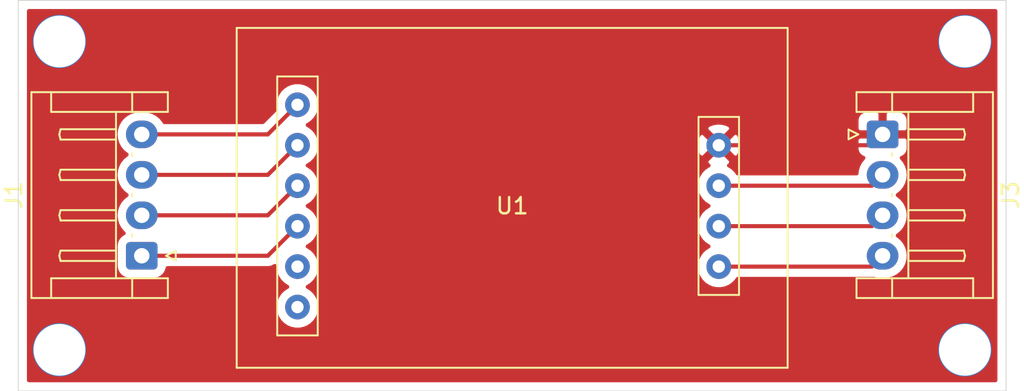
<source format=kicad_pcb>
(kicad_pcb (version 20171130) (host pcbnew "(5.1.10)-1")

  (general
    (thickness 1.6)
    (drawings 4)
    (tracks 20)
    (zones 0)
    (modules 3)
    (nets 11)
  )

  (page A4)
  (layers
    (0 F.Cu signal)
    (31 B.Cu signal)
    (32 B.Adhes user)
    (33 F.Adhes user)
    (34 B.Paste user)
    (35 F.Paste user)
    (36 B.SilkS user)
    (37 F.SilkS user)
    (38 B.Mask user)
    (39 F.Mask user)
    (40 Dwgs.User user)
    (41 Cmts.User user)
    (42 Eco1.User user)
    (43 Eco2.User user)
    (44 Edge.Cuts user)
    (45 Margin user)
    (46 B.CrtYd user)
    (47 F.CrtYd user)
    (48 B.Fab user)
    (49 F.Fab user)
  )

  (setup
    (last_trace_width 0.254)
    (user_trace_width 0.254)
    (user_trace_width 0.6096)
    (trace_clearance 0.2)
    (zone_clearance 0.508)
    (zone_45_only no)
    (trace_min 0.2)
    (via_size 0.8)
    (via_drill 0.4)
    (via_min_size 0.4)
    (via_min_drill 0.3)
    (uvia_size 0.3)
    (uvia_drill 0.1)
    (uvias_allowed no)
    (uvia_min_size 0.2)
    (uvia_min_drill 0.1)
    (edge_width 0.05)
    (segment_width 0.2)
    (pcb_text_width 0.3)
    (pcb_text_size 1.5 1.5)
    (mod_edge_width 0.12)
    (mod_text_size 1 1)
    (mod_text_width 0.15)
    (pad_size 1.524 1.524)
    (pad_drill 0.762)
    (pad_to_mask_clearance 0)
    (aux_axis_origin 0 0)
    (visible_elements FFFFFF7F)
    (pcbplotparams
      (layerselection 0x010fc_ffffffff)
      (usegerberextensions false)
      (usegerberattributes true)
      (usegerberadvancedattributes true)
      (creategerberjobfile true)
      (excludeedgelayer true)
      (linewidth 0.100000)
      (plotframeref false)
      (viasonmask false)
      (mode 1)
      (useauxorigin false)
      (hpglpennumber 1)
      (hpglpenspeed 20)
      (hpglpendiameter 15.000000)
      (psnegative false)
      (psa4output false)
      (plotreference true)
      (plotvalue true)
      (plotinvisibletext false)
      (padsonsilk false)
      (subtractmaskfromsilk false)
      (outputformat 1)
      (mirror false)
      (drillshape 1)
      (scaleselection 1)
      (outputdirectory ""))
  )

  (net 0 "")
  (net 1 "Net-(J1-Pad4)")
  (net 2 "Net-(J1-Pad3)")
  (net 3 "Net-(J1-Pad2)")
  (net 4 "Net-(J1-Pad1)")
  (net 5 "Net-(J3-Pad4)")
  (net 6 "Net-(J3-Pad3)")
  (net 7 "Net-(J3-Pad2)")
  (net 8 "Net-(J3-Pad1)")
  (net 9 "Net-(U1-Pad10)")
  (net 10 "Net-(U1-Pad9)")

  (net_class Default "This is the default net class."
    (clearance 0.2)
    (trace_width 0.25)
    (via_dia 0.8)
    (via_drill 0.4)
    (uvia_dia 0.3)
    (uvia_drill 0.1)
    (add_net "Net-(J1-Pad1)")
    (add_net "Net-(J1-Pad2)")
    (add_net "Net-(J1-Pad3)")
    (add_net "Net-(J1-Pad4)")
    (add_net "Net-(J3-Pad1)")
    (add_net "Net-(J3-Pad2)")
    (add_net "Net-(J3-Pad3)")
    (add_net "Net-(J3-Pad4)")
    (add_net "Net-(U1-Pad10)")
    (add_net "Net-(U1-Pad9)")
  )

  (module Connector_JST:JST_EH_S4B-EH_1x04_P2.50mm_Horizontal (layer F.Cu) (tedit 5C281425) (tstamp 61149E28)
    (at 190.5 66.7 270)
    (descr "JST EH series connector, S4B-EH (http://www.jst-mfg.com/product/pdf/eng/eEH.pdf), generated with kicad-footprint-generator")
    (tags "connector JST EH horizontal")
    (path /6114397D)
    (fp_text reference J3 (at 3.75 -7.9 90) (layer F.SilkS)
      (effects (font (size 1 1) (thickness 0.15)))
    )
    (fp_text value Conn_01x04 (at 3.75 2.7 90) (layer F.Fab)
      (effects (font (size 1 1) (thickness 0.15)))
    )
    (fp_text user %R (at 3.75 -2.6 90) (layer F.Fab)
      (effects (font (size 1 1) (thickness 0.15)))
    )
    (fp_line (start -1.5 -0.7) (end -1.5 1.5) (layer F.Fab) (width 0.1))
    (fp_line (start -1.5 1.5) (end -2.5 1.5) (layer F.Fab) (width 0.1))
    (fp_line (start -2.5 1.5) (end -2.5 -6.7) (layer F.Fab) (width 0.1))
    (fp_line (start -2.5 -6.7) (end 10 -6.7) (layer F.Fab) (width 0.1))
    (fp_line (start 10 -6.7) (end 10 1.5) (layer F.Fab) (width 0.1))
    (fp_line (start 10 1.5) (end 9 1.5) (layer F.Fab) (width 0.1))
    (fp_line (start 9 1.5) (end 9 -0.7) (layer F.Fab) (width 0.1))
    (fp_line (start 9 -0.7) (end -1.5 -0.7) (layer F.Fab) (width 0.1))
    (fp_line (start -3 -7.2) (end -3 2) (layer F.CrtYd) (width 0.05))
    (fp_line (start -3 2) (end 10.5 2) (layer F.CrtYd) (width 0.05))
    (fp_line (start 10.5 2) (end 10.5 -7.2) (layer F.CrtYd) (width 0.05))
    (fp_line (start 10.5 -7.2) (end -3 -7.2) (layer F.CrtYd) (width 0.05))
    (fp_line (start -1.39 -0.59) (end -1.39 1.61) (layer F.SilkS) (width 0.12))
    (fp_line (start -1.39 1.61) (end -2.61 1.61) (layer F.SilkS) (width 0.12))
    (fp_line (start -2.61 1.61) (end -2.61 -6.81) (layer F.SilkS) (width 0.12))
    (fp_line (start -2.61 -6.81) (end 10.11 -6.81) (layer F.SilkS) (width 0.12))
    (fp_line (start 10.11 -6.81) (end 10.11 1.61) (layer F.SilkS) (width 0.12))
    (fp_line (start 10.11 1.61) (end 8.89 1.61) (layer F.SilkS) (width 0.12))
    (fp_line (start 8.89 1.61) (end 8.89 -0.59) (layer F.SilkS) (width 0.12))
    (fp_line (start -2.61 -5.59) (end -1.39 -5.59) (layer F.SilkS) (width 0.12))
    (fp_line (start -1.39 -5.59) (end -1.39 -0.59) (layer F.SilkS) (width 0.12))
    (fp_line (start -1.39 -0.59) (end -2.61 -0.59) (layer F.SilkS) (width 0.12))
    (fp_line (start 10.11 -5.59) (end 8.89 -5.59) (layer F.SilkS) (width 0.12))
    (fp_line (start 8.89 -5.59) (end 8.89 -0.59) (layer F.SilkS) (width 0.12))
    (fp_line (start 8.89 -0.59) (end 10.11 -0.59) (layer F.SilkS) (width 0.12))
    (fp_line (start -1.39 -1.59) (end 8.89 -1.59) (layer F.SilkS) (width 0.12))
    (fp_line (start 0 -1.59) (end -0.32 -1.59) (layer F.SilkS) (width 0.12))
    (fp_line (start -0.32 -1.59) (end -0.32 -5.01) (layer F.SilkS) (width 0.12))
    (fp_line (start -0.32 -5.01) (end 0 -5.09) (layer F.SilkS) (width 0.12))
    (fp_line (start 0 -5.09) (end 0.32 -5.01) (layer F.SilkS) (width 0.12))
    (fp_line (start 0.32 -5.01) (end 0.32 -1.59) (layer F.SilkS) (width 0.12))
    (fp_line (start 0.32 -1.59) (end 0 -1.59) (layer F.SilkS) (width 0.12))
    (fp_line (start 1.17 -0.59) (end 1.33 -0.59) (layer F.SilkS) (width 0.12))
    (fp_line (start 2.5 -1.59) (end 2.18 -1.59) (layer F.SilkS) (width 0.12))
    (fp_line (start 2.18 -1.59) (end 2.18 -5.01) (layer F.SilkS) (width 0.12))
    (fp_line (start 2.18 -5.01) (end 2.5 -5.09) (layer F.SilkS) (width 0.12))
    (fp_line (start 2.5 -5.09) (end 2.82 -5.01) (layer F.SilkS) (width 0.12))
    (fp_line (start 2.82 -5.01) (end 2.82 -1.59) (layer F.SilkS) (width 0.12))
    (fp_line (start 2.82 -1.59) (end 2.5 -1.59) (layer F.SilkS) (width 0.12))
    (fp_line (start 3.67 -0.59) (end 3.83 -0.59) (layer F.SilkS) (width 0.12))
    (fp_line (start 5 -1.59) (end 4.68 -1.59) (layer F.SilkS) (width 0.12))
    (fp_line (start 4.68 -1.59) (end 4.68 -5.01) (layer F.SilkS) (width 0.12))
    (fp_line (start 4.68 -5.01) (end 5 -5.09) (layer F.SilkS) (width 0.12))
    (fp_line (start 5 -5.09) (end 5.32 -5.01) (layer F.SilkS) (width 0.12))
    (fp_line (start 5.32 -5.01) (end 5.32 -1.59) (layer F.SilkS) (width 0.12))
    (fp_line (start 5.32 -1.59) (end 5 -1.59) (layer F.SilkS) (width 0.12))
    (fp_line (start 6.17 -0.59) (end 6.33 -0.59) (layer F.SilkS) (width 0.12))
    (fp_line (start 7.5 -1.59) (end 7.18 -1.59) (layer F.SilkS) (width 0.12))
    (fp_line (start 7.18 -1.59) (end 7.18 -5.01) (layer F.SilkS) (width 0.12))
    (fp_line (start 7.18 -5.01) (end 7.5 -5.09) (layer F.SilkS) (width 0.12))
    (fp_line (start 7.5 -5.09) (end 7.82 -5.01) (layer F.SilkS) (width 0.12))
    (fp_line (start 7.82 -5.01) (end 7.82 -1.59) (layer F.SilkS) (width 0.12))
    (fp_line (start 7.82 -1.59) (end 7.5 -1.59) (layer F.SilkS) (width 0.12))
    (fp_line (start 0 1.5) (end -0.3 2.1) (layer F.SilkS) (width 0.12))
    (fp_line (start -0.3 2.1) (end 0.3 2.1) (layer F.SilkS) (width 0.12))
    (fp_line (start 0.3 2.1) (end 0 1.5) (layer F.SilkS) (width 0.12))
    (fp_line (start -0.5 -0.7) (end 0 -1.407107) (layer F.Fab) (width 0.1))
    (fp_line (start 0 -1.407107) (end 0.5 -0.7) (layer F.Fab) (width 0.1))
    (pad 4 thru_hole oval (at 7.5 0 270) (size 1.7 1.95) (drill 0.95) (layers *.Cu *.Mask)
      (net 5 "Net-(J3-Pad4)"))
    (pad 3 thru_hole oval (at 5 0 270) (size 1.7 1.95) (drill 0.95) (layers *.Cu *.Mask)
      (net 6 "Net-(J3-Pad3)"))
    (pad 2 thru_hole oval (at 2.5 0 270) (size 1.7 1.95) (drill 0.95) (layers *.Cu *.Mask)
      (net 7 "Net-(J3-Pad2)"))
    (pad 1 thru_hole roundrect (at 0 0 270) (size 1.7 1.95) (drill 0.95) (layers *.Cu *.Mask) (roundrect_rratio 0.147059)
      (net 8 "Net-(J3-Pad1)"))
    (model ${KISYS3DMOD}/Connector_JST.3dshapes/JST_EH_S4B-EH_1x04_P2.50mm_Horizontal.wrl
      (at (xyz 0 0 0))
      (scale (xyz 1 1 1))
      (rotate (xyz 0 0 0))
    )
  )

  (module Connector_JST:JST_EH_S4B-EH_1x04_P2.50mm_Horizontal (layer F.Cu) (tedit 5C281425) (tstamp 61149DB2)
    (at 144.78 74.2 90)
    (descr "JST EH series connector, S4B-EH (http://www.jst-mfg.com/product/pdf/eng/eEH.pdf), generated with kicad-footprint-generator")
    (tags "connector JST EH horizontal")
    (path /611426AA)
    (fp_text reference J1 (at 3.75 -7.9 90) (layer F.SilkS)
      (effects (font (size 1 1) (thickness 0.15)))
    )
    (fp_text value Conn_01x04 (at 3.75 2.7 90) (layer F.Fab)
      (effects (font (size 1 1) (thickness 0.15)))
    )
    (fp_text user %R (at 3.75 -2.6 90) (layer F.Fab)
      (effects (font (size 1 1) (thickness 0.15)))
    )
    (fp_line (start -1.5 -0.7) (end -1.5 1.5) (layer F.Fab) (width 0.1))
    (fp_line (start -1.5 1.5) (end -2.5 1.5) (layer F.Fab) (width 0.1))
    (fp_line (start -2.5 1.5) (end -2.5 -6.7) (layer F.Fab) (width 0.1))
    (fp_line (start -2.5 -6.7) (end 10 -6.7) (layer F.Fab) (width 0.1))
    (fp_line (start 10 -6.7) (end 10 1.5) (layer F.Fab) (width 0.1))
    (fp_line (start 10 1.5) (end 9 1.5) (layer F.Fab) (width 0.1))
    (fp_line (start 9 1.5) (end 9 -0.7) (layer F.Fab) (width 0.1))
    (fp_line (start 9 -0.7) (end -1.5 -0.7) (layer F.Fab) (width 0.1))
    (fp_line (start -3 -7.2) (end -3 2) (layer F.CrtYd) (width 0.05))
    (fp_line (start -3 2) (end 10.5 2) (layer F.CrtYd) (width 0.05))
    (fp_line (start 10.5 2) (end 10.5 -7.2) (layer F.CrtYd) (width 0.05))
    (fp_line (start 10.5 -7.2) (end -3 -7.2) (layer F.CrtYd) (width 0.05))
    (fp_line (start -1.39 -0.59) (end -1.39 1.61) (layer F.SilkS) (width 0.12))
    (fp_line (start -1.39 1.61) (end -2.61 1.61) (layer F.SilkS) (width 0.12))
    (fp_line (start -2.61 1.61) (end -2.61 -6.81) (layer F.SilkS) (width 0.12))
    (fp_line (start -2.61 -6.81) (end 10.11 -6.81) (layer F.SilkS) (width 0.12))
    (fp_line (start 10.11 -6.81) (end 10.11 1.61) (layer F.SilkS) (width 0.12))
    (fp_line (start 10.11 1.61) (end 8.89 1.61) (layer F.SilkS) (width 0.12))
    (fp_line (start 8.89 1.61) (end 8.89 -0.59) (layer F.SilkS) (width 0.12))
    (fp_line (start -2.61 -5.59) (end -1.39 -5.59) (layer F.SilkS) (width 0.12))
    (fp_line (start -1.39 -5.59) (end -1.39 -0.59) (layer F.SilkS) (width 0.12))
    (fp_line (start -1.39 -0.59) (end -2.61 -0.59) (layer F.SilkS) (width 0.12))
    (fp_line (start 10.11 -5.59) (end 8.89 -5.59) (layer F.SilkS) (width 0.12))
    (fp_line (start 8.89 -5.59) (end 8.89 -0.59) (layer F.SilkS) (width 0.12))
    (fp_line (start 8.89 -0.59) (end 10.11 -0.59) (layer F.SilkS) (width 0.12))
    (fp_line (start -1.39 -1.59) (end 8.89 -1.59) (layer F.SilkS) (width 0.12))
    (fp_line (start 0 -1.59) (end -0.32 -1.59) (layer F.SilkS) (width 0.12))
    (fp_line (start -0.32 -1.59) (end -0.32 -5.01) (layer F.SilkS) (width 0.12))
    (fp_line (start -0.32 -5.01) (end 0 -5.09) (layer F.SilkS) (width 0.12))
    (fp_line (start 0 -5.09) (end 0.32 -5.01) (layer F.SilkS) (width 0.12))
    (fp_line (start 0.32 -5.01) (end 0.32 -1.59) (layer F.SilkS) (width 0.12))
    (fp_line (start 0.32 -1.59) (end 0 -1.59) (layer F.SilkS) (width 0.12))
    (fp_line (start 1.17 -0.59) (end 1.33 -0.59) (layer F.SilkS) (width 0.12))
    (fp_line (start 2.5 -1.59) (end 2.18 -1.59) (layer F.SilkS) (width 0.12))
    (fp_line (start 2.18 -1.59) (end 2.18 -5.01) (layer F.SilkS) (width 0.12))
    (fp_line (start 2.18 -5.01) (end 2.5 -5.09) (layer F.SilkS) (width 0.12))
    (fp_line (start 2.5 -5.09) (end 2.82 -5.01) (layer F.SilkS) (width 0.12))
    (fp_line (start 2.82 -5.01) (end 2.82 -1.59) (layer F.SilkS) (width 0.12))
    (fp_line (start 2.82 -1.59) (end 2.5 -1.59) (layer F.SilkS) (width 0.12))
    (fp_line (start 3.67 -0.59) (end 3.83 -0.59) (layer F.SilkS) (width 0.12))
    (fp_line (start 5 -1.59) (end 4.68 -1.59) (layer F.SilkS) (width 0.12))
    (fp_line (start 4.68 -1.59) (end 4.68 -5.01) (layer F.SilkS) (width 0.12))
    (fp_line (start 4.68 -5.01) (end 5 -5.09) (layer F.SilkS) (width 0.12))
    (fp_line (start 5 -5.09) (end 5.32 -5.01) (layer F.SilkS) (width 0.12))
    (fp_line (start 5.32 -5.01) (end 5.32 -1.59) (layer F.SilkS) (width 0.12))
    (fp_line (start 5.32 -1.59) (end 5 -1.59) (layer F.SilkS) (width 0.12))
    (fp_line (start 6.17 -0.59) (end 6.33 -0.59) (layer F.SilkS) (width 0.12))
    (fp_line (start 7.5 -1.59) (end 7.18 -1.59) (layer F.SilkS) (width 0.12))
    (fp_line (start 7.18 -1.59) (end 7.18 -5.01) (layer F.SilkS) (width 0.12))
    (fp_line (start 7.18 -5.01) (end 7.5 -5.09) (layer F.SilkS) (width 0.12))
    (fp_line (start 7.5 -5.09) (end 7.82 -5.01) (layer F.SilkS) (width 0.12))
    (fp_line (start 7.82 -5.01) (end 7.82 -1.59) (layer F.SilkS) (width 0.12))
    (fp_line (start 7.82 -1.59) (end 7.5 -1.59) (layer F.SilkS) (width 0.12))
    (fp_line (start 0 1.5) (end -0.3 2.1) (layer F.SilkS) (width 0.12))
    (fp_line (start -0.3 2.1) (end 0.3 2.1) (layer F.SilkS) (width 0.12))
    (fp_line (start 0.3 2.1) (end 0 1.5) (layer F.SilkS) (width 0.12))
    (fp_line (start -0.5 -0.7) (end 0 -1.407107) (layer F.Fab) (width 0.1))
    (fp_line (start 0 -1.407107) (end 0.5 -0.7) (layer F.Fab) (width 0.1))
    (pad 4 thru_hole oval (at 7.5 0 90) (size 1.7 1.95) (drill 0.95) (layers *.Cu *.Mask)
      (net 1 "Net-(J1-Pad4)"))
    (pad 3 thru_hole oval (at 5 0 90) (size 1.7 1.95) (drill 0.95) (layers *.Cu *.Mask)
      (net 2 "Net-(J1-Pad3)"))
    (pad 2 thru_hole oval (at 2.5 0 90) (size 1.7 1.95) (drill 0.95) (layers *.Cu *.Mask)
      (net 3 "Net-(J1-Pad2)"))
    (pad 1 thru_hole roundrect (at 0 0 90) (size 1.7 1.95) (drill 0.95) (layers *.Cu *.Mask) (roundrect_rratio 0.147059)
      (net 4 "Net-(J1-Pad1)"))
    (model ${KISYS3DMOD}/Connector_JST.3dshapes/JST_EH_S4B-EH_1x04_P2.50mm_Horizontal.wrl
      (at (xyz 0 0 0))
      (scale (xyz 1 1 1))
      (rotate (xyz 0 0 0))
    )
  )

  (module IoWLabsModules:Hx711 (layer F.Cu) (tedit 611404D5) (tstamp 61146364)
    (at 167.64 71.12)
    (path /6114055E)
    (fp_text reference U1 (at 0 0) (layer F.SilkS)
      (effects (font (size 1 1) (thickness 0.15)))
    )
    (fp_text value Hx711 (at 0 -1.27) (layer F.Fab)
      (effects (font (size 1 1) (thickness 0.15)))
    )
    (fp_line (start -17 10) (end -17 -11) (layer F.SilkS) (width 0.12))
    (fp_line (start 17 -11) (end 17 10) (layer F.SilkS) (width 0.12))
    (fp_line (start -17 10) (end 17 10) (layer F.SilkS) (width 0.12))
    (fp_line (start -17 -11) (end 17 -11) (layer F.SilkS) (width 0.12))
    (fp_line (start 11.5 5.5) (end 14 5.5) (layer F.SilkS) (width 0.12))
    (fp_line (start 11.5 5.5) (end 11.5 -5.5) (layer F.SilkS) (width 0.12))
    (fp_line (start 11.5 -5.5) (end 14 -5.5) (layer F.SilkS) (width 0.12))
    (fp_line (start 14 5.5) (end 14 -5.5) (layer F.SilkS) (width 0.12))
    (fp_line (start -14.5 -8) (end -14.5 8) (layer F.SilkS) (width 0.12))
    (fp_line (start -14.5 8) (end -12 8) (layer F.SilkS) (width 0.12))
    (fp_line (start -12 -8) (end -12 8) (layer F.SilkS) (width 0.12))
    (fp_line (start -14.5 -8) (end -12 -8) (layer F.SilkS) (width 0.12))
    (pad 10 thru_hole circle (at -13.25 6.25) (size 1.524 1.524) (drill 0.762) (layers *.Cu *.Mask)
      (net 9 "Net-(U1-Pad10)"))
    (pad 9 thru_hole circle (at -13.25 3.75) (size 1.524 1.524) (drill 0.762) (layers *.Cu *.Mask)
      (net 10 "Net-(U1-Pad9)"))
    (pad 4 thru_hole circle (at -13.25 1.25) (size 1.524 1.524) (drill 0.762) (layers *.Cu *.Mask)
      (net 4 "Net-(J1-Pad1)"))
    (pad 3 thru_hole circle (at -13.25 -1.25) (size 1.524 1.524) (drill 0.762) (layers *.Cu *.Mask)
      (net 3 "Net-(J1-Pad2)"))
    (pad 2 thru_hole circle (at -13.25 -3.75) (size 1.524 1.524) (drill 0.762) (layers *.Cu *.Mask)
      (net 2 "Net-(J1-Pad3)"))
    (pad 1 thru_hole circle (at -13.25 -6.25) (size 1.524 1.524) (drill 0.762) (layers *.Cu *.Mask)
      (net 1 "Net-(J1-Pad4)"))
    (pad 8 thru_hole circle (at 12.75 3.75) (size 1.524 1.524) (drill 0.762) (layers *.Cu *.Mask)
      (net 5 "Net-(J3-Pad4)"))
    (pad 7 thru_hole circle (at 12.75 1.25) (size 1.524 1.524) (drill 0.762) (layers *.Cu *.Mask)
      (net 6 "Net-(J3-Pad3)"))
    (pad 6 thru_hole circle (at 12.75 -1.25) (size 1.524 1.524) (drill 0.762) (layers *.Cu *.Mask)
      (net 7 "Net-(J3-Pad2)"))
    (pad 5 thru_hole circle (at 12.75 -3.75) (size 1.524 1.524) (drill 0.762) (layers *.Cu *.Mask)
      (net 8 "Net-(J3-Pad1)"))
    (model C:/Users/Asus/Documents/GitHub/BeeProyect/3D_modelos/HX711.step
      (offset (xyz -17 -10 0))
      (scale (xyz 1 1 1))
      (rotate (xyz 0 0 0))
    )
  )

  (gr_line (start 137.16 82.55) (end 137.16 58.42) (layer Edge.Cuts) (width 0.05) (tstamp 6114A22C))
  (gr_line (start 198.12 82.55) (end 137.16 82.55) (layer Edge.Cuts) (width 0.05))
  (gr_line (start 198.12 58.42) (end 198.12 82.55) (layer Edge.Cuts) (width 0.05))
  (gr_line (start 137.16 58.42) (end 198.12 58.42) (layer Edge.Cuts) (width 0.05))

  (via (at 195.58 60.96) (size 3.3) (drill 3.2) (layers F.Cu B.Cu) (net 8))
  (via (at 195.58 80.01) (size 3.3) (drill 3.2) (layers F.Cu B.Cu) (net 8))
  (via (at 139.7 60.96) (size 3.3) (drill 3.2) (layers F.Cu B.Cu) (net 8))
  (via (at 139.7 80.01) (size 3.3) (drill 3.2) (layers F.Cu B.Cu) (net 8))
  (segment (start 152.56 66.7) (end 154.39 64.87) (width 0.254) (layer F.Cu) (net 1))
  (segment (start 144.78 66.7) (end 152.56 66.7) (width 0.254) (layer F.Cu) (net 1))
  (segment (start 152.56 69.2) (end 154.39 67.37) (width 0.254) (layer F.Cu) (net 2))
  (segment (start 144.78 69.2) (end 152.56 69.2) (width 0.254) (layer F.Cu) (net 2))
  (segment (start 152.56 71.7) (end 154.39 69.87) (width 0.254) (layer F.Cu) (net 3))
  (segment (start 144.78 71.7) (end 152.56 71.7) (width 0.254) (layer F.Cu) (net 3))
  (segment (start 152.56 74.2) (end 154.39 72.37) (width 0.254) (layer F.Cu) (net 4))
  (segment (start 144.78 74.2) (end 152.56 74.2) (width 0.254) (layer F.Cu) (net 4))
  (segment (start 189.83 74.87) (end 190.5 74.2) (width 0.254) (layer F.Cu) (net 5))
  (segment (start 180.39 74.87) (end 189.83 74.87) (width 0.254) (layer F.Cu) (net 5))
  (segment (start 189.83 72.37) (end 190.5 71.7) (width 0.254) (layer F.Cu) (net 6))
  (segment (start 180.39 72.37) (end 189.83 72.37) (width 0.254) (layer F.Cu) (net 6))
  (segment (start 189.83 69.87) (end 190.5 69.2) (width 0.254) (layer F.Cu) (net 7))
  (segment (start 180.39 69.87) (end 189.83 69.87) (width 0.254) (layer F.Cu) (net 7))
  (segment (start 189.83 67.37) (end 190.5 66.7) (width 0.254) (layer F.Cu) (net 8))
  (segment (start 180.39 67.37) (end 189.83 67.37) (width 0.254) (layer F.Cu) (net 8))

  (zone (net 8) (net_name "Net-(J3-Pad1)") (layer F.Cu) (tstamp 0) (hatch edge 0.508)
    (connect_pads (clearance 0.508))
    (min_thickness 0.254)
    (fill yes (arc_segments 32) (thermal_gap 0.508) (thermal_bridge_width 0.508))
    (polygon
      (pts
        (xy 198.12 82.55) (xy 137.16 82.55) (xy 137.16 58.42) (xy 198.12 58.42)
      )
    )
    (filled_polygon
      (pts
        (xy 197.460001 81.89) (xy 137.82 81.89) (xy 137.82 66.7) (xy 143.162815 66.7) (xy 143.191487 66.991111)
        (xy 143.276401 67.271034) (xy 143.414294 67.529014) (xy 143.599866 67.755134) (xy 143.825986 67.940706) (xy 143.843374 67.95)
        (xy 143.825986 67.959294) (xy 143.599866 68.144866) (xy 143.414294 68.370986) (xy 143.276401 68.628966) (xy 143.191487 68.908889)
        (xy 143.162815 69.2) (xy 143.191487 69.491111) (xy 143.276401 69.771034) (xy 143.414294 70.029014) (xy 143.599866 70.255134)
        (xy 143.825986 70.440706) (xy 143.843374 70.45) (xy 143.825986 70.459294) (xy 143.599866 70.644866) (xy 143.414294 70.870986)
        (xy 143.276401 71.128966) (xy 143.191487 71.408889) (xy 143.162815 71.7) (xy 143.191487 71.991111) (xy 143.276401 72.271034)
        (xy 143.414294 72.529014) (xy 143.599866 72.755134) (xy 143.663337 72.807223) (xy 143.561614 72.861595) (xy 143.427038 72.972038)
        (xy 143.316595 73.106614) (xy 143.234528 73.26015) (xy 143.183992 73.426746) (xy 143.166928 73.6) (xy 143.166928 74.8)
        (xy 143.183992 74.973254) (xy 143.234528 75.13985) (xy 143.316595 75.293386) (xy 143.427038 75.427962) (xy 143.561614 75.538405)
        (xy 143.71515 75.620472) (xy 143.881746 75.671008) (xy 144.055 75.688072) (xy 145.505 75.688072) (xy 145.678254 75.671008)
        (xy 145.84485 75.620472) (xy 145.998386 75.538405) (xy 146.132962 75.427962) (xy 146.243405 75.293386) (xy 146.325472 75.13985)
        (xy 146.376008 74.973254) (xy 146.377116 74.962) (xy 152.522577 74.962) (xy 152.56 74.965686) (xy 152.597423 74.962)
        (xy 152.597426 74.962) (xy 152.709378 74.950974) (xy 152.853015 74.907402) (xy 152.985392 74.836645) (xy 152.993 74.830401)
        (xy 152.993 75.007592) (xy 153.046686 75.27749) (xy 153.151995 75.531727) (xy 153.30488 75.760535) (xy 153.499465 75.95512)
        (xy 153.728273 76.108005) (xy 153.757231 76.12) (xy 153.728273 76.131995) (xy 153.499465 76.28488) (xy 153.30488 76.479465)
        (xy 153.151995 76.708273) (xy 153.046686 76.96251) (xy 152.993 77.232408) (xy 152.993 77.507592) (xy 153.046686 77.77749)
        (xy 153.151995 78.031727) (xy 153.30488 78.260535) (xy 153.499465 78.45512) (xy 153.728273 78.608005) (xy 153.98251 78.713314)
        (xy 154.252408 78.767) (xy 154.527592 78.767) (xy 154.79749 78.713314) (xy 155.051727 78.608005) (xy 155.280535 78.45512)
        (xy 155.47512 78.260535) (xy 155.628005 78.031727) (xy 155.733314 77.77749) (xy 155.787 77.507592) (xy 155.787 77.232408)
        (xy 155.733314 76.96251) (xy 155.628005 76.708273) (xy 155.47512 76.479465) (xy 155.280535 76.28488) (xy 155.051727 76.131995)
        (xy 155.022769 76.12) (xy 155.051727 76.108005) (xy 155.280535 75.95512) (xy 155.47512 75.760535) (xy 155.628005 75.531727)
        (xy 155.733314 75.27749) (xy 155.787 75.007592) (xy 155.787 74.732408) (xy 155.733314 74.46251) (xy 155.628005 74.208273)
        (xy 155.47512 73.979465) (xy 155.280535 73.78488) (xy 155.051727 73.631995) (xy 155.022769 73.62) (xy 155.051727 73.608005)
        (xy 155.280535 73.45512) (xy 155.47512 73.260535) (xy 155.628005 73.031727) (xy 155.733314 72.77749) (xy 155.787 72.507592)
        (xy 155.787 72.232408) (xy 155.733314 71.96251) (xy 155.628005 71.708273) (xy 155.47512 71.479465) (xy 155.280535 71.28488)
        (xy 155.051727 71.131995) (xy 155.022769 71.12) (xy 155.051727 71.108005) (xy 155.280535 70.95512) (xy 155.47512 70.760535)
        (xy 155.628005 70.531727) (xy 155.733314 70.27749) (xy 155.787 70.007592) (xy 155.787 69.732408) (xy 178.993 69.732408)
        (xy 178.993 70.007592) (xy 179.046686 70.27749) (xy 179.151995 70.531727) (xy 179.30488 70.760535) (xy 179.499465 70.95512)
        (xy 179.728273 71.108005) (xy 179.757231 71.12) (xy 179.728273 71.131995) (xy 179.499465 71.28488) (xy 179.30488 71.479465)
        (xy 179.151995 71.708273) (xy 179.046686 71.96251) (xy 178.993 72.232408) (xy 178.993 72.507592) (xy 179.046686 72.77749)
        (xy 179.151995 73.031727) (xy 179.30488 73.260535) (xy 179.499465 73.45512) (xy 179.728273 73.608005) (xy 179.757231 73.62)
        (xy 179.728273 73.631995) (xy 179.499465 73.78488) (xy 179.30488 73.979465) (xy 179.151995 74.208273) (xy 179.046686 74.46251)
        (xy 178.993 74.732408) (xy 178.993 75.007592) (xy 179.046686 75.27749) (xy 179.151995 75.531727) (xy 179.30488 75.760535)
        (xy 179.499465 75.95512) (xy 179.728273 76.108005) (xy 179.98251 76.213314) (xy 180.252408 76.267) (xy 180.527592 76.267)
        (xy 180.79749 76.213314) (xy 181.051727 76.108005) (xy 181.280535 75.95512) (xy 181.47512 75.760535) (xy 181.561005 75.632)
        (xy 189.792577 75.632) (xy 189.83 75.635686) (xy 189.867423 75.632) (xy 189.867426 75.632) (xy 189.952412 75.62363)
        (xy 190.083889 75.663513) (xy 190.30205 75.685) (xy 190.69795 75.685) (xy 190.916111 75.663513) (xy 191.196034 75.578599)
        (xy 191.454014 75.440706) (xy 191.680134 75.255134) (xy 191.865706 75.029014) (xy 192.003599 74.771034) (xy 192.088513 74.491111)
        (xy 192.117185 74.2) (xy 192.088513 73.908889) (xy 192.003599 73.628966) (xy 191.865706 73.370986) (xy 191.680134 73.144866)
        (xy 191.454014 72.959294) (xy 191.436626 72.95) (xy 191.454014 72.940706) (xy 191.680134 72.755134) (xy 191.865706 72.529014)
        (xy 192.003599 72.271034) (xy 192.088513 71.991111) (xy 192.117185 71.7) (xy 192.088513 71.408889) (xy 192.003599 71.128966)
        (xy 191.865706 70.870986) (xy 191.680134 70.644866) (xy 191.454014 70.459294) (xy 191.436626 70.45) (xy 191.454014 70.440706)
        (xy 191.680134 70.255134) (xy 191.865706 70.029014) (xy 192.003599 69.771034) (xy 192.088513 69.491111) (xy 192.117185 69.2)
        (xy 192.088513 68.908889) (xy 192.003599 68.628966) (xy 191.865706 68.370986) (xy 191.684392 68.150055) (xy 191.71918 68.139502)
        (xy 191.829494 68.080537) (xy 191.926185 68.001185) (xy 192.005537 67.904494) (xy 192.064502 67.79418) (xy 192.100812 67.674482)
        (xy 192.113072 67.55) (xy 192.11 66.98575) (xy 191.95125 66.827) (xy 190.627 66.827) (xy 190.627 66.847)
        (xy 190.373 66.847) (xy 190.373 66.827) (xy 189.04875 66.827) (xy 188.89 66.98575) (xy 188.886928 67.55)
        (xy 188.899188 67.674482) (xy 188.935498 67.79418) (xy 188.994463 67.904494) (xy 189.073815 68.001185) (xy 189.170506 68.080537)
        (xy 189.28082 68.139502) (xy 189.315608 68.150055) (xy 189.134294 68.370986) (xy 188.996401 68.628966) (xy 188.911487 68.908889)
        (xy 188.891876 69.108) (xy 181.561005 69.108) (xy 181.47512 68.979465) (xy 181.280535 68.78488) (xy 181.051727 68.631995)
        (xy 181.024599 68.620758) (xy 181.10898 68.575656) (xy 181.17596 68.335565) (xy 180.39 67.549605) (xy 179.60404 68.335565)
        (xy 179.67102 68.575656) (xy 179.761533 68.618218) (xy 179.728273 68.631995) (xy 179.499465 68.78488) (xy 179.30488 68.979465)
        (xy 179.151995 69.208273) (xy 179.046686 69.46251) (xy 178.993 69.732408) (xy 155.787 69.732408) (xy 155.733314 69.46251)
        (xy 155.628005 69.208273) (xy 155.47512 68.979465) (xy 155.280535 68.78488) (xy 155.051727 68.631995) (xy 155.022769 68.62)
        (xy 155.051727 68.608005) (xy 155.280535 68.45512) (xy 155.47512 68.260535) (xy 155.628005 68.031727) (xy 155.733314 67.77749)
        (xy 155.787 67.507592) (xy 155.787 67.442017) (xy 178.98809 67.442017) (xy 179.029078 67.714133) (xy 179.122364 67.973023)
        (xy 179.184344 68.08898) (xy 179.424435 68.15596) (xy 180.210395 67.37) (xy 180.569605 67.37) (xy 181.355565 68.15596)
        (xy 181.595656 68.08898) (xy 181.712756 67.839952) (xy 181.779023 67.572865) (xy 181.79191 67.297983) (xy 181.750922 67.025867)
        (xy 181.657636 66.766977) (xy 181.595656 66.65102) (xy 181.355565 66.58404) (xy 180.569605 67.37) (xy 180.210395 67.37)
        (xy 179.424435 66.58404) (xy 179.184344 66.65102) (xy 179.067244 66.900048) (xy 179.000977 67.167135) (xy 178.98809 67.442017)
        (xy 155.787 67.442017) (xy 155.787 67.232408) (xy 155.733314 66.96251) (xy 155.628005 66.708273) (xy 155.47512 66.479465)
        (xy 155.40009 66.404435) (xy 179.60404 66.404435) (xy 180.39 67.190395) (xy 181.17596 66.404435) (xy 181.10898 66.164344)
        (xy 180.859952 66.047244) (xy 180.592865 65.980977) (xy 180.317983 65.96809) (xy 180.045867 66.009078) (xy 179.786977 66.102364)
        (xy 179.67102 66.164344) (xy 179.60404 66.404435) (xy 155.40009 66.404435) (xy 155.280535 66.28488) (xy 155.051727 66.131995)
        (xy 155.022769 66.12) (xy 155.051727 66.108005) (xy 155.280535 65.95512) (xy 155.385655 65.85) (xy 188.886928 65.85)
        (xy 188.89 66.41425) (xy 189.04875 66.573) (xy 190.373 66.573) (xy 190.373 65.37375) (xy 190.627 65.37375)
        (xy 190.627 66.573) (xy 191.95125 66.573) (xy 192.11 66.41425) (xy 192.113072 65.85) (xy 192.100812 65.725518)
        (xy 192.064502 65.60582) (xy 192.005537 65.495506) (xy 191.926185 65.398815) (xy 191.829494 65.319463) (xy 191.71918 65.260498)
        (xy 191.599482 65.224188) (xy 191.475 65.211928) (xy 190.78575 65.215) (xy 190.627 65.37375) (xy 190.373 65.37375)
        (xy 190.21425 65.215) (xy 189.525 65.211928) (xy 189.400518 65.224188) (xy 189.28082 65.260498) (xy 189.170506 65.319463)
        (xy 189.073815 65.398815) (xy 188.994463 65.495506) (xy 188.935498 65.60582) (xy 188.899188 65.725518) (xy 188.886928 65.85)
        (xy 155.385655 65.85) (xy 155.47512 65.760535) (xy 155.628005 65.531727) (xy 155.733314 65.27749) (xy 155.787 65.007592)
        (xy 155.787 64.732408) (xy 155.733314 64.46251) (xy 155.628005 64.208273) (xy 155.47512 63.979465) (xy 155.280535 63.78488)
        (xy 155.051727 63.631995) (xy 154.79749 63.526686) (xy 154.527592 63.473) (xy 154.252408 63.473) (xy 153.98251 63.526686)
        (xy 153.728273 63.631995) (xy 153.499465 63.78488) (xy 153.30488 63.979465) (xy 153.151995 64.208273) (xy 153.046686 64.46251)
        (xy 152.993 64.732408) (xy 152.993 65.007592) (xy 153.023159 65.159211) (xy 152.24437 65.938) (xy 146.181526 65.938)
        (xy 146.145706 65.870986) (xy 145.960134 65.644866) (xy 145.734014 65.459294) (xy 145.476034 65.321401) (xy 145.196111 65.236487)
        (xy 144.97795 65.215) (xy 144.58205 65.215) (xy 144.363889 65.236487) (xy 144.083966 65.321401) (xy 143.825986 65.459294)
        (xy 143.599866 65.644866) (xy 143.414294 65.870986) (xy 143.276401 66.128966) (xy 143.191487 66.408889) (xy 143.162815 66.7)
        (xy 137.82 66.7) (xy 137.82 59.08) (xy 197.46 59.08)
      )
    )
  )
)

</source>
